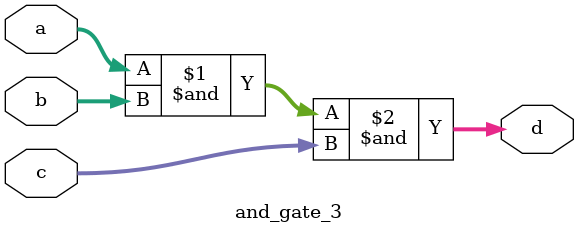
<source format=v>
`timescale 1ns / 1ps


module and_gate_3 #(parameter WIDTH=3)(
    input [(WIDTH-1):0] a,
    input [(WIDTH-1):0] b,
    input [(WIDTH-1):0] c,
    output [(WIDTH-1):0] d
    );
    assign d = a & b & c; //and_gate
endmodule

</source>
